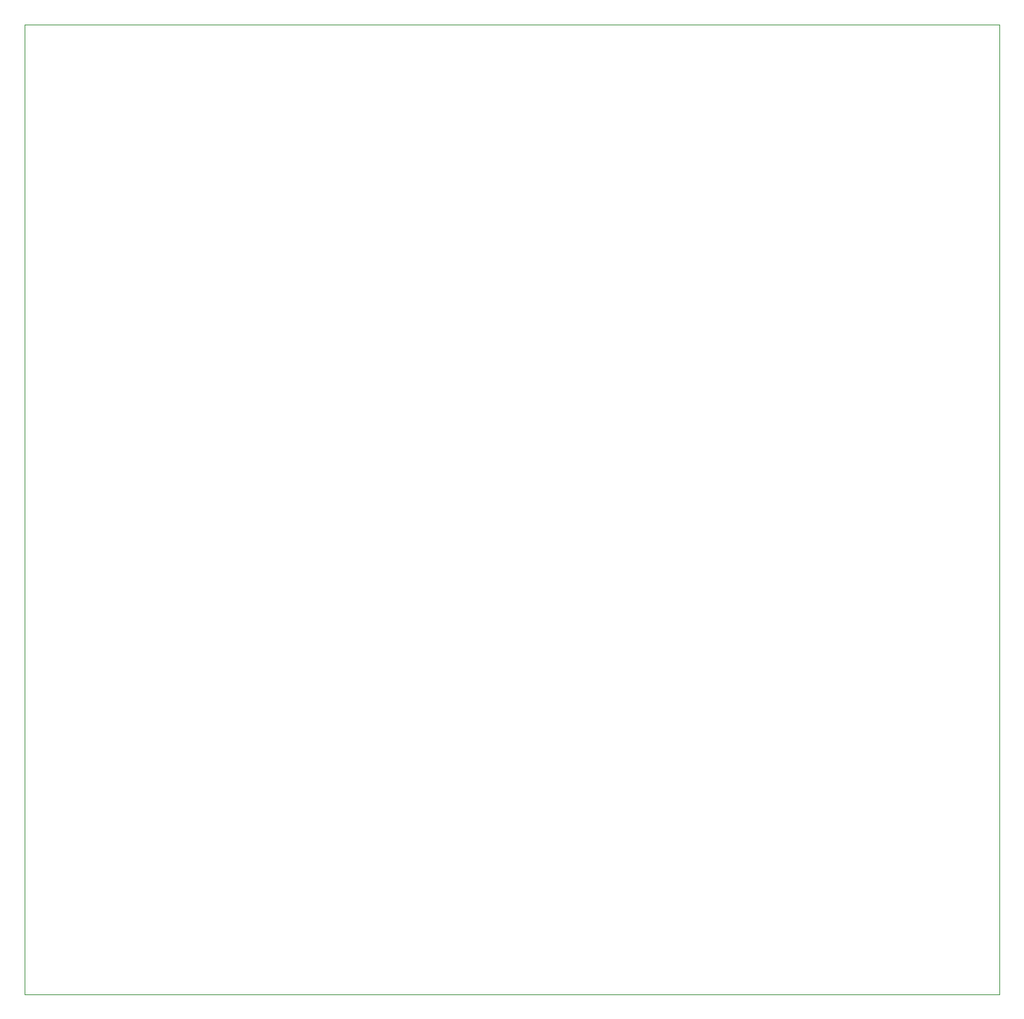
<source format=gbr>
%TF.GenerationSoftware,KiCad,Pcbnew,(5.1.9)-1*%
%TF.CreationDate,2021-06-23T18:15:50-03:00*%
%TF.ProjectId,assert,61737365-7274-42e6-9b69-6361645f7063,rev?*%
%TF.SameCoordinates,Original*%
%TF.FileFunction,Profile,NP*%
%FSLAX46Y46*%
G04 Gerber Fmt 4.6, Leading zero omitted, Abs format (unit mm)*
G04 Created by KiCad (PCBNEW (5.1.9)-1) date 2021-06-23 18:15:50*
%MOMM*%
%LPD*%
G01*
G04 APERTURE LIST*
%TA.AperFunction,Profile*%
%ADD10C,0.100000*%
%TD*%
G04 APERTURE END LIST*
D10*
X108712000Y0D02*
X-8636000Y0D01*
X108712000Y-116840000D02*
X108712000Y0D01*
X-8636000Y-116840000D02*
X108712000Y-116840000D01*
X-8636000Y0D02*
X-8636000Y-116840000D01*
M02*

</source>
